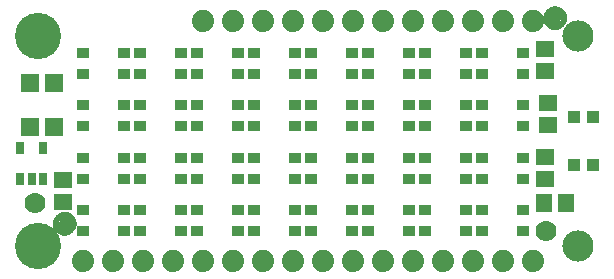
<source format=gbr>
G04 EAGLE Gerber RS-274X export*
G75*
%MOMM*%
%FSLAX34Y34*%
%LPD*%
%INSoldermask Top*%
%IPPOS*%
%AMOC8*
5,1,8,0,0,1.08239X$1,22.5*%
G01*
%ADD10C,2.641600*%
%ADD11C,3.911600*%
%ADD12C,1.879600*%
%ADD13R,1.501600X1.501600*%
%ADD14R,1.101600X0.951600*%
%ADD15C,1.778000*%
%ADD16R,1.001600X1.001600*%
%ADD17R,1.601600X1.341600*%
%ADD18R,1.341600X1.601600*%
%ADD19R,0.791600X1.091600*%
%ADD20C,1.101600*%
%ADD21C,0.500000*%


D10*
X482600Y203200D03*
X482600Y25400D03*
D11*
X25400Y203200D03*
X25400Y25400D03*
D12*
X165100Y215900D03*
X190500Y215900D03*
X215900Y215900D03*
X241300Y215900D03*
X266700Y215900D03*
X292100Y215900D03*
X317500Y215900D03*
X342900Y215900D03*
X368300Y215900D03*
X393700Y215900D03*
X419100Y215900D03*
X444500Y215900D03*
X165100Y12700D03*
X190500Y12700D03*
X215900Y12700D03*
X241300Y12700D03*
X266700Y12700D03*
X292100Y12700D03*
X317500Y12700D03*
X342900Y12700D03*
X368300Y12700D03*
X393700Y12700D03*
X419100Y12700D03*
X444500Y12700D03*
X139700Y12700D03*
X114300Y12700D03*
X88900Y12700D03*
X63500Y12700D03*
D13*
X39370Y126280D03*
X39370Y163280D03*
X19050Y126280D03*
X19050Y163280D03*
D14*
X63780Y189090D03*
X98780Y189090D03*
X63780Y171590D03*
X98780Y171590D03*
X112040Y189090D03*
X147040Y189090D03*
X112040Y171590D03*
X147040Y171590D03*
X160300Y189090D03*
X195300Y189090D03*
X160300Y171590D03*
X195300Y171590D03*
X208560Y189090D03*
X243560Y189090D03*
X208560Y171590D03*
X243560Y171590D03*
X256820Y189090D03*
X291820Y189090D03*
X256820Y171590D03*
X291820Y171590D03*
X305080Y189090D03*
X340080Y189090D03*
X305080Y171590D03*
X340080Y171590D03*
X63780Y144640D03*
X98780Y144640D03*
X63780Y127140D03*
X98780Y127140D03*
X112040Y144640D03*
X147040Y144640D03*
X112040Y127140D03*
X147040Y127140D03*
X160300Y144640D03*
X195300Y144640D03*
X160300Y127140D03*
X195300Y127140D03*
X208560Y144640D03*
X243560Y144640D03*
X208560Y127140D03*
X243560Y127140D03*
X256820Y144640D03*
X291820Y144640D03*
X256820Y127140D03*
X291820Y127140D03*
X305080Y144640D03*
X340080Y144640D03*
X305080Y127140D03*
X340080Y127140D03*
X63780Y100190D03*
X98780Y100190D03*
X63780Y82690D03*
X98780Y82690D03*
X112040Y100190D03*
X147040Y100190D03*
X112040Y82690D03*
X147040Y82690D03*
X160300Y100190D03*
X195300Y100190D03*
X160300Y82690D03*
X195300Y82690D03*
X208560Y100190D03*
X243560Y100190D03*
X208560Y82690D03*
X243560Y82690D03*
X256820Y100190D03*
X291820Y100190D03*
X256820Y82690D03*
X291820Y82690D03*
X305080Y100190D03*
X340080Y100190D03*
X305080Y82690D03*
X340080Y82690D03*
D15*
X22860Y62230D03*
D16*
X495680Y93800D03*
X479680Y93800D03*
X479680Y134800D03*
X495680Y134800D03*
D17*
X454660Y173380D03*
X454660Y192380D03*
D18*
X454050Y62230D03*
X473050Y62230D03*
D17*
X457200Y127660D03*
X457200Y146660D03*
D19*
X10820Y82350D03*
X20320Y82350D03*
X29820Y82350D03*
X29820Y108250D03*
X10820Y108250D03*
D14*
X63780Y55740D03*
X98780Y55740D03*
X63780Y38240D03*
X98780Y38240D03*
X112040Y55740D03*
X147040Y55740D03*
X112040Y38240D03*
X147040Y38240D03*
X160300Y55740D03*
X195300Y55740D03*
X160300Y38240D03*
X195300Y38240D03*
X208560Y55740D03*
X243560Y55740D03*
X208560Y38240D03*
X243560Y38240D03*
X256820Y55740D03*
X291820Y55740D03*
X256820Y38240D03*
X291820Y38240D03*
X305080Y55740D03*
X340080Y55740D03*
X305080Y38240D03*
X340080Y38240D03*
D15*
X455930Y38100D03*
D14*
X353340Y189090D03*
X388340Y189090D03*
X353340Y171590D03*
X388340Y171590D03*
X401600Y189090D03*
X436600Y189090D03*
X401600Y171590D03*
X436600Y171590D03*
X353340Y144640D03*
X388340Y144640D03*
X353340Y127140D03*
X388340Y127140D03*
X401600Y144640D03*
X436600Y144640D03*
X401600Y127140D03*
X436600Y127140D03*
X353340Y100190D03*
X388340Y100190D03*
X353340Y82690D03*
X388340Y82690D03*
X401600Y100190D03*
X436600Y100190D03*
X401600Y82690D03*
X436600Y82690D03*
X353340Y55740D03*
X388340Y55740D03*
X353340Y38240D03*
X388340Y38240D03*
X401600Y55740D03*
X436600Y55740D03*
X401600Y38240D03*
X436600Y38240D03*
D17*
X454660Y81940D03*
X454660Y100940D03*
X46990Y81890D03*
X46990Y62890D03*
D20*
X463550Y218440D03*
D21*
X463550Y225940D02*
X463369Y225938D01*
X463188Y225931D01*
X463007Y225920D01*
X462826Y225905D01*
X462646Y225885D01*
X462466Y225861D01*
X462287Y225833D01*
X462109Y225800D01*
X461932Y225763D01*
X461755Y225722D01*
X461580Y225677D01*
X461405Y225627D01*
X461232Y225573D01*
X461061Y225515D01*
X460890Y225453D01*
X460722Y225386D01*
X460555Y225316D01*
X460389Y225242D01*
X460226Y225163D01*
X460065Y225081D01*
X459905Y224995D01*
X459748Y224905D01*
X459593Y224811D01*
X459440Y224714D01*
X459290Y224612D01*
X459142Y224508D01*
X458996Y224399D01*
X458854Y224288D01*
X458714Y224172D01*
X458577Y224054D01*
X458442Y223932D01*
X458311Y223807D01*
X458183Y223679D01*
X458058Y223548D01*
X457936Y223413D01*
X457818Y223276D01*
X457702Y223136D01*
X457591Y222994D01*
X457482Y222848D01*
X457378Y222700D01*
X457276Y222550D01*
X457179Y222397D01*
X457085Y222242D01*
X456995Y222085D01*
X456909Y221925D01*
X456827Y221764D01*
X456748Y221601D01*
X456674Y221435D01*
X456604Y221268D01*
X456537Y221100D01*
X456475Y220929D01*
X456417Y220758D01*
X456363Y220585D01*
X456313Y220410D01*
X456268Y220235D01*
X456227Y220058D01*
X456190Y219881D01*
X456157Y219703D01*
X456129Y219524D01*
X456105Y219344D01*
X456085Y219164D01*
X456070Y218983D01*
X456059Y218802D01*
X456052Y218621D01*
X456050Y218440D01*
X463550Y225940D02*
X463731Y225938D01*
X463912Y225931D01*
X464093Y225920D01*
X464274Y225905D01*
X464454Y225885D01*
X464634Y225861D01*
X464813Y225833D01*
X464991Y225800D01*
X465168Y225763D01*
X465345Y225722D01*
X465520Y225677D01*
X465695Y225627D01*
X465868Y225573D01*
X466039Y225515D01*
X466210Y225453D01*
X466378Y225386D01*
X466545Y225316D01*
X466711Y225242D01*
X466874Y225163D01*
X467035Y225081D01*
X467195Y224995D01*
X467352Y224905D01*
X467507Y224811D01*
X467660Y224714D01*
X467810Y224612D01*
X467958Y224508D01*
X468104Y224399D01*
X468246Y224288D01*
X468386Y224172D01*
X468523Y224054D01*
X468658Y223932D01*
X468789Y223807D01*
X468917Y223679D01*
X469042Y223548D01*
X469164Y223413D01*
X469282Y223276D01*
X469398Y223136D01*
X469509Y222994D01*
X469618Y222848D01*
X469722Y222700D01*
X469824Y222550D01*
X469921Y222397D01*
X470015Y222242D01*
X470105Y222085D01*
X470191Y221925D01*
X470273Y221764D01*
X470352Y221601D01*
X470426Y221435D01*
X470496Y221268D01*
X470563Y221100D01*
X470625Y220929D01*
X470683Y220758D01*
X470737Y220585D01*
X470787Y220410D01*
X470832Y220235D01*
X470873Y220058D01*
X470910Y219881D01*
X470943Y219703D01*
X470971Y219524D01*
X470995Y219344D01*
X471015Y219164D01*
X471030Y218983D01*
X471041Y218802D01*
X471048Y218621D01*
X471050Y218440D01*
X471048Y218259D01*
X471041Y218078D01*
X471030Y217897D01*
X471015Y217716D01*
X470995Y217536D01*
X470971Y217356D01*
X470943Y217177D01*
X470910Y216999D01*
X470873Y216822D01*
X470832Y216645D01*
X470787Y216470D01*
X470737Y216295D01*
X470683Y216122D01*
X470625Y215951D01*
X470563Y215780D01*
X470496Y215612D01*
X470426Y215445D01*
X470352Y215279D01*
X470273Y215116D01*
X470191Y214955D01*
X470105Y214795D01*
X470015Y214638D01*
X469921Y214483D01*
X469824Y214330D01*
X469722Y214180D01*
X469618Y214032D01*
X469509Y213886D01*
X469398Y213744D01*
X469282Y213604D01*
X469164Y213467D01*
X469042Y213332D01*
X468917Y213201D01*
X468789Y213073D01*
X468658Y212948D01*
X468523Y212826D01*
X468386Y212708D01*
X468246Y212592D01*
X468104Y212481D01*
X467958Y212372D01*
X467810Y212268D01*
X467660Y212166D01*
X467507Y212069D01*
X467352Y211975D01*
X467195Y211885D01*
X467035Y211799D01*
X466874Y211717D01*
X466711Y211638D01*
X466545Y211564D01*
X466378Y211494D01*
X466210Y211427D01*
X466039Y211365D01*
X465868Y211307D01*
X465695Y211253D01*
X465520Y211203D01*
X465345Y211158D01*
X465168Y211117D01*
X464991Y211080D01*
X464813Y211047D01*
X464634Y211019D01*
X464454Y210995D01*
X464274Y210975D01*
X464093Y210960D01*
X463912Y210949D01*
X463731Y210942D01*
X463550Y210940D01*
X463369Y210942D01*
X463188Y210949D01*
X463007Y210960D01*
X462826Y210975D01*
X462646Y210995D01*
X462466Y211019D01*
X462287Y211047D01*
X462109Y211080D01*
X461932Y211117D01*
X461755Y211158D01*
X461580Y211203D01*
X461405Y211253D01*
X461232Y211307D01*
X461061Y211365D01*
X460890Y211427D01*
X460722Y211494D01*
X460555Y211564D01*
X460389Y211638D01*
X460226Y211717D01*
X460065Y211799D01*
X459905Y211885D01*
X459748Y211975D01*
X459593Y212069D01*
X459440Y212166D01*
X459290Y212268D01*
X459142Y212372D01*
X458996Y212481D01*
X458854Y212592D01*
X458714Y212708D01*
X458577Y212826D01*
X458442Y212948D01*
X458311Y213073D01*
X458183Y213201D01*
X458058Y213332D01*
X457936Y213467D01*
X457818Y213604D01*
X457702Y213744D01*
X457591Y213886D01*
X457482Y214032D01*
X457378Y214180D01*
X457276Y214330D01*
X457179Y214483D01*
X457085Y214638D01*
X456995Y214795D01*
X456909Y214955D01*
X456827Y215116D01*
X456748Y215279D01*
X456674Y215445D01*
X456604Y215612D01*
X456537Y215780D01*
X456475Y215951D01*
X456417Y216122D01*
X456363Y216295D01*
X456313Y216470D01*
X456268Y216645D01*
X456227Y216822D01*
X456190Y216999D01*
X456157Y217177D01*
X456129Y217356D01*
X456105Y217536D01*
X456085Y217716D01*
X456070Y217897D01*
X456059Y218078D01*
X456052Y218259D01*
X456050Y218440D01*
D20*
X48260Y44450D03*
D21*
X48260Y51950D02*
X48079Y51948D01*
X47898Y51941D01*
X47717Y51930D01*
X47536Y51915D01*
X47356Y51895D01*
X47176Y51871D01*
X46997Y51843D01*
X46819Y51810D01*
X46642Y51773D01*
X46465Y51732D01*
X46290Y51687D01*
X46115Y51637D01*
X45942Y51583D01*
X45771Y51525D01*
X45600Y51463D01*
X45432Y51396D01*
X45265Y51326D01*
X45099Y51252D01*
X44936Y51173D01*
X44775Y51091D01*
X44615Y51005D01*
X44458Y50915D01*
X44303Y50821D01*
X44150Y50724D01*
X44000Y50622D01*
X43852Y50518D01*
X43706Y50409D01*
X43564Y50298D01*
X43424Y50182D01*
X43287Y50064D01*
X43152Y49942D01*
X43021Y49817D01*
X42893Y49689D01*
X42768Y49558D01*
X42646Y49423D01*
X42528Y49286D01*
X42412Y49146D01*
X42301Y49004D01*
X42192Y48858D01*
X42088Y48710D01*
X41986Y48560D01*
X41889Y48407D01*
X41795Y48252D01*
X41705Y48095D01*
X41619Y47935D01*
X41537Y47774D01*
X41458Y47611D01*
X41384Y47445D01*
X41314Y47278D01*
X41247Y47110D01*
X41185Y46939D01*
X41127Y46768D01*
X41073Y46595D01*
X41023Y46420D01*
X40978Y46245D01*
X40937Y46068D01*
X40900Y45891D01*
X40867Y45713D01*
X40839Y45534D01*
X40815Y45354D01*
X40795Y45174D01*
X40780Y44993D01*
X40769Y44812D01*
X40762Y44631D01*
X40760Y44450D01*
X48260Y51950D02*
X48441Y51948D01*
X48622Y51941D01*
X48803Y51930D01*
X48984Y51915D01*
X49164Y51895D01*
X49344Y51871D01*
X49523Y51843D01*
X49701Y51810D01*
X49878Y51773D01*
X50055Y51732D01*
X50230Y51687D01*
X50405Y51637D01*
X50578Y51583D01*
X50749Y51525D01*
X50920Y51463D01*
X51088Y51396D01*
X51255Y51326D01*
X51421Y51252D01*
X51584Y51173D01*
X51745Y51091D01*
X51905Y51005D01*
X52062Y50915D01*
X52217Y50821D01*
X52370Y50724D01*
X52520Y50622D01*
X52668Y50518D01*
X52814Y50409D01*
X52956Y50298D01*
X53096Y50182D01*
X53233Y50064D01*
X53368Y49942D01*
X53499Y49817D01*
X53627Y49689D01*
X53752Y49558D01*
X53874Y49423D01*
X53992Y49286D01*
X54108Y49146D01*
X54219Y49004D01*
X54328Y48858D01*
X54432Y48710D01*
X54534Y48560D01*
X54631Y48407D01*
X54725Y48252D01*
X54815Y48095D01*
X54901Y47935D01*
X54983Y47774D01*
X55062Y47611D01*
X55136Y47445D01*
X55206Y47278D01*
X55273Y47110D01*
X55335Y46939D01*
X55393Y46768D01*
X55447Y46595D01*
X55497Y46420D01*
X55542Y46245D01*
X55583Y46068D01*
X55620Y45891D01*
X55653Y45713D01*
X55681Y45534D01*
X55705Y45354D01*
X55725Y45174D01*
X55740Y44993D01*
X55751Y44812D01*
X55758Y44631D01*
X55760Y44450D01*
X55758Y44269D01*
X55751Y44088D01*
X55740Y43907D01*
X55725Y43726D01*
X55705Y43546D01*
X55681Y43366D01*
X55653Y43187D01*
X55620Y43009D01*
X55583Y42832D01*
X55542Y42655D01*
X55497Y42480D01*
X55447Y42305D01*
X55393Y42132D01*
X55335Y41961D01*
X55273Y41790D01*
X55206Y41622D01*
X55136Y41455D01*
X55062Y41289D01*
X54983Y41126D01*
X54901Y40965D01*
X54815Y40805D01*
X54725Y40648D01*
X54631Y40493D01*
X54534Y40340D01*
X54432Y40190D01*
X54328Y40042D01*
X54219Y39896D01*
X54108Y39754D01*
X53992Y39614D01*
X53874Y39477D01*
X53752Y39342D01*
X53627Y39211D01*
X53499Y39083D01*
X53368Y38958D01*
X53233Y38836D01*
X53096Y38718D01*
X52956Y38602D01*
X52814Y38491D01*
X52668Y38382D01*
X52520Y38278D01*
X52370Y38176D01*
X52217Y38079D01*
X52062Y37985D01*
X51905Y37895D01*
X51745Y37809D01*
X51584Y37727D01*
X51421Y37648D01*
X51255Y37574D01*
X51088Y37504D01*
X50920Y37437D01*
X50749Y37375D01*
X50578Y37317D01*
X50405Y37263D01*
X50230Y37213D01*
X50055Y37168D01*
X49878Y37127D01*
X49701Y37090D01*
X49523Y37057D01*
X49344Y37029D01*
X49164Y37005D01*
X48984Y36985D01*
X48803Y36970D01*
X48622Y36959D01*
X48441Y36952D01*
X48260Y36950D01*
X48079Y36952D01*
X47898Y36959D01*
X47717Y36970D01*
X47536Y36985D01*
X47356Y37005D01*
X47176Y37029D01*
X46997Y37057D01*
X46819Y37090D01*
X46642Y37127D01*
X46465Y37168D01*
X46290Y37213D01*
X46115Y37263D01*
X45942Y37317D01*
X45771Y37375D01*
X45600Y37437D01*
X45432Y37504D01*
X45265Y37574D01*
X45099Y37648D01*
X44936Y37727D01*
X44775Y37809D01*
X44615Y37895D01*
X44458Y37985D01*
X44303Y38079D01*
X44150Y38176D01*
X44000Y38278D01*
X43852Y38382D01*
X43706Y38491D01*
X43564Y38602D01*
X43424Y38718D01*
X43287Y38836D01*
X43152Y38958D01*
X43021Y39083D01*
X42893Y39211D01*
X42768Y39342D01*
X42646Y39477D01*
X42528Y39614D01*
X42412Y39754D01*
X42301Y39896D01*
X42192Y40042D01*
X42088Y40190D01*
X41986Y40340D01*
X41889Y40493D01*
X41795Y40648D01*
X41705Y40805D01*
X41619Y40965D01*
X41537Y41126D01*
X41458Y41289D01*
X41384Y41455D01*
X41314Y41622D01*
X41247Y41790D01*
X41185Y41961D01*
X41127Y42132D01*
X41073Y42305D01*
X41023Y42480D01*
X40978Y42655D01*
X40937Y42832D01*
X40900Y43009D01*
X40867Y43187D01*
X40839Y43366D01*
X40815Y43546D01*
X40795Y43726D01*
X40780Y43907D01*
X40769Y44088D01*
X40762Y44269D01*
X40760Y44450D01*
M02*

</source>
